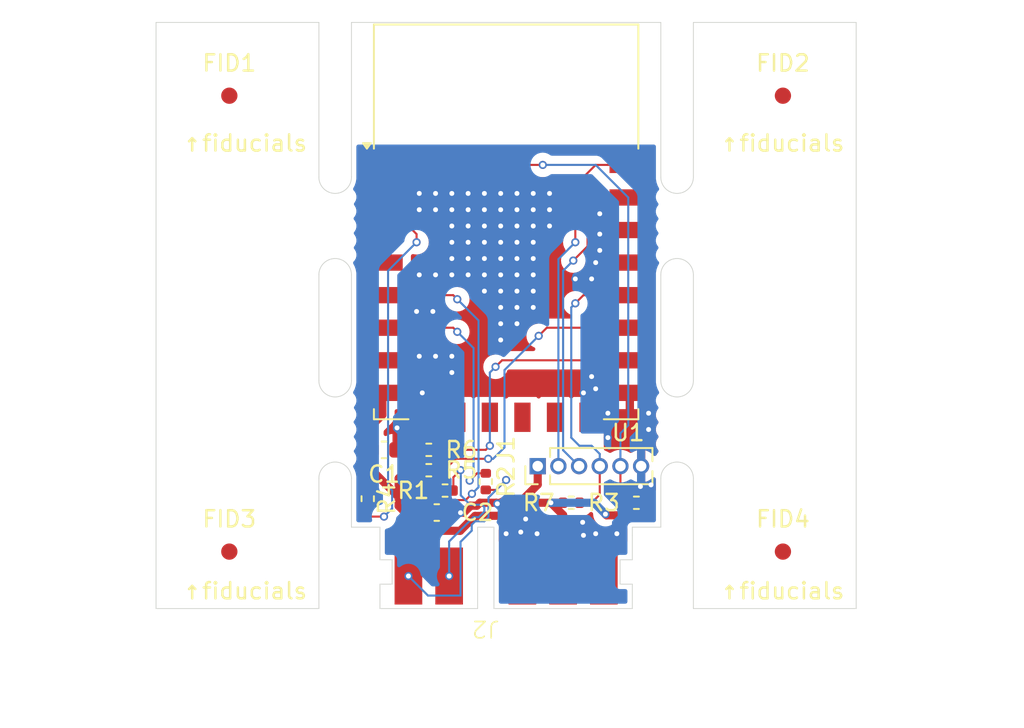
<source format=kicad_pcb>
(kicad_pcb (version 20240108) (generator "pcbnew") (generator_version "8.0")
  (layers (0 "F.Cu" signal) (31 "B.Cu" signal) (34 "B.Paste" user) (35 "F.Paste" user) (36 "B.SilkS" user "B.Silkscreen") (37 "F.SilkS" user "F.Silkscreen") (38 "B.Mask" user) (39 "F.Mask" user) (44 "Edge.Cuts" user))
  (net 0 "")
  (net 1 "+3V3")
  (net 2 "GND")
  (net 3 "IO0")
  (net 4 "RESET")
  (net 5 "ESP12F_TX")
  (net 6 "ESP12F_RX")
  (net 7 "PWM")
  (net 8 "ON{slash}OFF")
  (net 9 "Net-(U1-EN)")
  (net 10 "Net-(U1-GPIO2)")
  (net 11 "Net-(U1-GPIO15)")
  (net 23 "unconnected-(J2-Pin_1-Pad1)")
  (net 24 "Net-(J2-Pin_5)")
  (net 25 "Net-(J2-Pin_4)")
  (footprint "Capacitor_SMD:C_0603_1608Metric" (layer "F.Cu") (at 82.5 63.75)
    (property "Reference" "C1" (at 0 1.5 0) (layer "F.SilkS"))
    (property "Value" "100n")
    (fp_line (start -0.14058 -0.51) (end 0.14058 -0.51) (stroke (width 0.12)) (layer "F.SilkS"))
    (fp_line (start -0.14058 0.51) (end 0.14058 0.51) (stroke (width 0.12)) (layer "F.SilkS"))
    (pad "1" smd roundrect (at -0.775 0) (size 0.9 0.95) (layers "F.Cu" "F.Paste" "F.Mask") (net 1 "+3V3"))
    (pad "2" smd roundrect (at 0.775 0) (size 0.9 0.95) (layers "F.Cu" "F.Paste" "F.Mask") (net 2 "GND"))
  )
  (footprint "Resistor_SMD:R_0402_1005Metric" (layer "F.Cu") (at 85.25 63.75 180)
    (property "Reference" "R6" (at -2 0 180) (layer "F.SilkS"))
    (property "Value" "10k")
    (fp_line (start -0.153641 0.38) (end 0.153641 0.38) (stroke (width 0.12)) (layer "F.SilkS"))
    (fp_line (start -0.153641 -0.38) (end 0.153641 -0.38) (stroke (width 0.12)) (layer "F.SilkS"))
    (pad "1" smd roundrect (at -0.51 0 180) (size 0.54 0.64) (layers "F.Cu" "F.Paste" "F.Mask") (net 11 "Net-(U1-GPIO15)"))
    (pad "2" smd roundrect (at 0.51 0 180) (size 0.54 0.64) (layers "F.Cu" "F.Paste" "F.Mask") (net 2 "GND"))
  )
  (footprint "Capacitor_SMD:C_0603_1608Metric" (layer "F.Cu") (at 85.74 67.6)
    (property "Reference" "C2" (at 2.5 0 360) (layer "F.SilkS"))
    (property "Value" "1u")
    (fp_line (start -0.14058 -0.51) (end 0.14058 -0.51) (stroke (width 0.12)) (layer "F.SilkS"))
    (fp_line (start -0.14058 0.51) (end 0.14058 0.51) (stroke (width 0.12)) (layer "F.SilkS"))
    (pad "1" smd roundrect (at -0.775 0) (size 0.9 0.95) (layers "F.Cu" "F.Paste" "F.Mask") (net 1 "+3V3"))
    (pad "2" smd roundrect (at 0.775 0) (size 0.9 0.95) (layers "F.Cu" "F.Paste" "F.Mask") (net 2 "GND"))
  )
  (footprint "Fiducial:Fiducial_1mm_Mask2mm" (layer "F.Cu") (at 107 42)
    (property "Reference" "FID2" (at 0 -2 0) (layer "F.SilkS"))
    (property "Value" "Fiducial")
    (pad "" smd circle (at 0 0) (size 1 1) (layers "F.Cu" "F.Mask") (clearance 0.5))
  )
  (footprint "RF_Module:ESP-12E" (layer "F.Cu") (at 90 49.75)
    (property "Reference" "U1" (at 7.5 12.95 0) (layer "F.SilkS"))
    (property "Value" "ESP-12F")
    (fp_line (start -8.12 -12.12) (end 8.12 -12.12) (stroke (width 0.12)) (layer "F.SilkS"))
    (fp_line (start -8.12 -4.5) (end -8.12 -12.12) (stroke (width 0.12)) (layer "F.SilkS"))
    (fp_line (start -8.12 12.12) (end -8.12 11.5) (stroke (width 0.12)) (layer "F.SilkS"))
    (fp_line (start -6 12.12) (end -8.12 12.12) (stroke (width 0.12)) (layer "F.SilkS"))
    (fp_line (start 8.12 -12.12) (end 8.12 -4.5) (stroke (width 0.12)) (layer "F.SilkS"))
    (fp_line (start 8.12 11.5) (end 8.12 12.12) (stroke (width 0.12)) (layer "F.SilkS"))
    (fp_line (start 8.12 12.12) (end 6 12.12) (stroke (width 0.12)) (layer "F.SilkS"))
    (fp_poly (pts (xy -8.55 -4.5) (xy -8.79 -4.836) (xy -8.31 -4.836) (xy -8.55 -4.5)) (stroke (width 0.12)) (fill solid) (layer "F.SilkS"))
    (pad "1" smd rect (at -7.6 -3.5) (size 2.5 1) (layers "F.Cu" "F.Paste" "F.Mask") (net 4 "RESET"))
    (pad "2" smd rect (at -7.6 -1.5) (size 2.5 1) (layers "F.Cu" "F.Paste" "F.Mask"))
    (pad "3" smd rect (at -7.6 0.5) (size 2.5 1) (layers "F.Cu" "F.Paste" "F.Mask") (net 9 "Net-(U1-EN)"))
    (pad "4" smd rect (at -7.6 2.5) (size 2.5 1) (layers "F.Cu" "F.Paste" "F.Mask"))
    (pad "5" smd rect (at -7.6 4.5) (size 2.5 1) (layers "F.Cu" "F.Paste" "F.Mask") (net 7 "PWM"))
    (pad "6" smd rect (at -7.6 6.5) (size 2.5 1) (layers "F.Cu" "F.Paste" "F.Mask") (net 8 "ON{slash}OFF"))
    (pad "7" smd rect (at -7.6 8.5) (size 2.5 1) (layers "F.Cu" "F.Paste" "F.Mask"))
    (pad "8" smd rect (at -7.6 10.5) (size 2.5 1) (layers "F.Cu" "F.Paste" "F.Mask") (net 1 "+3V3"))
    (pad "9" smd rect (at -5 12) (size 1 1.8) (layers "F.Cu" "F.Paste" "F.Mask"))
    (pad "10" smd rect (at -3 12) (size 1 1.8) (layers "F.Cu" "F.Paste" "F.Mask"))
    (pad "11" smd rect (at -1 12) (size 1 1.8) (layers "F.Cu" "F.Paste" "F.Mask"))
    (pad "12" smd rect (at 1 12) (size 1 1.8) (layers "F.Cu" "F.Paste" "F.Mask"))
    (pad "13" smd rect (at 3 12) (size 1 1.8) (layers "F.Cu" "F.Paste" "F.Mask"))
    (pad "14" smd rect (at 5 12) (size 1 1.8) (layers "F.Cu" "F.Paste" "F.Mask"))
    (pad "15" smd rect (at 7.6 10.5) (size 2.5 1) (layers "F.Cu" "F.Paste" "F.Mask") (net 2 "GND"))
    (pad "16" smd rect (at 7.6 8.5) (size 2.5 1) (layers "F.Cu" "F.Paste" "F.Mask") (net 11 "Net-(U1-GPIO15)"))
    (pad "17" smd rect (at 7.6 6.5) (size 2.5 1) (layers "F.Cu" "F.Paste" "F.Mask") (net 10 "Net-(U1-GPIO2)"))
    (pad "18" smd rect (at 7.6 4.5) (size 2.5 1) (layers "F.Cu" "F.Paste" "F.Mask") (net 3 "IO0"))
    (pad "19" smd rect (at 7.6 2.5) (size 2.5 1) (layers "F.Cu" "F.Paste" "F.Mask"))
    (pad "20" smd rect (at 7.6 0.5) (size 2.5 1) (layers "F.Cu" "F.Paste" "F.Mask"))
    (pad "21" smd rect (at 7.6 -1.5) (size 2.5 1) (layers "F.Cu" "F.Paste" "F.Mask") (net 6 "ESP12F_RX"))
    (pad "22" smd rect (at 7.6 -3.5) (size 2.5 1) (layers "F.Cu" "F.Paste" "F.Mask") (net 5 "ESP12F_TX"))
    (zone (net 0) (net_name "") (layers "*.Cu") (connect_pads (clearance 0)) (min_thickness 0.254)
      (keepout (tracks not_allowed) (vias not_allowed) (pads not_allowed) (copperpour not_allowed) (footprints not_allowed))
      (fill (thermal_gap 0.508) (thermal_bridge_width 0.508))
      (polygon (pts (xy 81.88 44.95) (xy 98.12 44.95) (xy 98.12 37.63) (xy 81.88 37.63)))
    )
  )
  (footprint "Fiducial:Fiducial_1mm_Mask2mm" (layer "F.Cu") (at 107 70)
    (property "Reference" "FID4" (at 0 -2 0) (layer "F.SilkS"))
    (property "Value" "Fiducial")
    (pad "" smd circle (at 0 0) (size 1 1) (layers "F.Cu" "F.Mask") (clearance 0.5))
  )
  (footprint "Resistor_SMD:R_0402_1005Metric" (layer "F.Cu") (at 94 67)
    (property "Reference" "R7" (at -2 0 0) (layer "F.SilkS"))
    (property "Value" "10k")
    (fp_line (start -0.153641 -0.38) (end 0.153641 -0.38) (stroke (width 0.12)) (layer "F.SilkS"))
    (fp_line (start -0.153641 0.38) (end 0.153641 0.38) (stroke (width 0.12)) (layer "F.SilkS"))
    (pad "1" smd roundrect (at -0.51 0) (size 0.54 0.64) (layers "F.Cu" "F.Paste" "F.Mask") (net 1 "+3V3"))
    (pad "2" smd roundrect (at 0.51 0) (size 0.54 0.64) (layers "F.Cu" "F.Paste" "F.Mask") (net 3 "IO0"))
  )
  (footprint "Resistor_SMD:R_0402_1005Metric" (layer "F.Cu") (at 81.5 66.75 -90)
    (property "Reference" "R4" (at 0 -1.17 90) (layer "F.SilkS"))
    (property "Value" "10k")
    (fp_line (start -0.153641 0.38) (end 0.153641 0.38) (stroke (width 0.12)) (layer "F.SilkS"))
    (fp_line (start -0.153641 -0.38) (end 0.153641 -0.38) (stroke (width 0.12)) (layer "F.SilkS"))
    (pad "1" smd roundrect (at -0.51 0 270) (size 0.54 0.64) (layers "F.Cu" "F.Paste" "F.Mask") (net 1 "+3V3"))
    (pad "2" smd roundrect (at 0.51 0 270) (size 0.54 0.64) (layers "F.Cu" "F.Paste" "F.Mask") (net 9 "Net-(U1-EN)"))
  )
  (footprint "Resistor_SMD:R_0402_1005Metric" (layer "F.Cu") (at 98 67 180)
    (property "Reference" "R3" (at 2 0 180) (layer "F.SilkS"))
    (property "Value" "10k")
    (fp_line (start -0.153641 0.38) (end 0.153641 0.38) (stroke (width 0.12)) (layer "F.SilkS"))
    (fp_line (start -0.153641 -0.38) (end 0.153641 -0.38) (stroke (width 0.12)) (layer "F.SilkS"))
    (pad "1" smd roundrect (at -0.51 0 180) (size 0.54 0.64) (layers "F.Cu" "F.Paste" "F.Mask") (net 1 "+3V3"))
    (pad "2" smd roundrect (at 0.51 0 180) (size 0.54 0.64) (layers "F.Cu" "F.Paste" "F.Mask") (net 4 "RESET"))
  )
  (footprint "taki-library:ENDO_CONTROLLER" (layer "F.Cu") (at 91 71.5 180)
    (property "Reference" "J2" (at 2.25 -3.25 180) (layer "F.SilkS") (effects (font (thickness 0.1))))
    (property "Value" "Conn_01x05")
    (fp_line (start 8.75 1) (end 8.75 3) (stroke (width 0.05)) (layer "Edge.Cuts"))
    (fp_line (start 8.75 -0.5) (end 8 -0.5) (stroke (width 0.05)) (layer "Edge.Cuts"))
    (fp_line (start 8.75 -2) (end 8.75 -0.5) (stroke (width 0.05)) (layer "Edge.Cuts"))
    (fp_line (start 8 1) (end 8.75 1) (stroke (width 0.05)) (layer "Edge.Cuts"))
    (fp_line (start 8 -0.5) (end 8 1) (stroke (width 0.05)) (layer "Edge.Cuts"))
    (fp_line (start 2.75 3) (end 2.75 -2) (stroke (width 0.05)) (layer "Edge.Cuts"))
    (fp_line (start 2.75 -2) (end 8.75 -2) (stroke (width 0.05)) (layer "Edge.Cuts"))
    (fp_line (start 1.75 3) (end 2.75 3) (stroke (width 0.05)) (layer "Edge.Cuts"))
    (fp_line (start 1.75 -2) (end 1.75 3) (stroke (width 0.05)) (layer "Edge.Cuts"))
    (fp_line (start -6 1) (end -6.75 1) (stroke (width 0.05)) (layer "Edge.Cuts"))
    (fp_line (start -6 -0.5) (end -6 1) (stroke (width 0.05)) (layer "Edge.Cuts"))
    (fp_line (start -6.75 2.5) (end -6.75 3) (stroke (width 0.05)) (layer "Edge.Cuts"))
    (fp_line (start -6.75 1) (end -6.75 2.5) (stroke (width 0.05)) (layer "Edge.Cuts"))
    (fp_line (start -6.75 -0.5) (end -6 -0.5) (stroke (width 0.05)) (layer "Edge.Cuts"))
    (fp_line (start -6.75 -0.5) (end -6.75 -2) (stroke (width 0.05)) (layer "Edge.Cuts"))
    (fp_line (start -6.75 -2) (end 1.75 -2) (stroke (width 0.05)) (layer "Edge.Cuts"))
    (pad "1" smd rect (at -5 0 270) (size 3.5 1.7) (layers "F.Cu" "F.Mask") (net 23 "unconnected-(J2-Pin_1-Pad1)"))
    (pad "2" smd rect (at -2.5 0 270) (size 3.5 1.7) (layers "F.Cu" "F.Mask") (net 1 "+3V3"))
    (pad "3" smd rect (at 0 0 270) (size 3.5 1.7) (layers "F.Cu" "F.Mask") (net 2 "GND"))
    (pad "4" smd rect (at 4.5 0 270) (size 3.5 1.7) (layers "F.Cu" "F.Mask") (net 25 "Net-(J2-Pin_4)"))
    (pad "5" smd rect (at 7 0 270) (size 3.5 1.7) (layers "F.Cu" "F.Mask") (net 24 "Net-(J2-Pin_5)"))
  )
  (footprint "taki-library:mousebites_1mm" (layer "F.Cu") (at 100.5 62.5 90)
    (property "Reference" "H4" (hide yes))
    (property "Value" "mousebite")
    (pad "" np_thru_hole circle (at -1.78 -0.75 180) (size 0.6 0.6) (drill 0.6) (layers "F&B.Cu" "*.Mask"))
    (pad "" np_thru_hole circle (at -1.78 0.75 180) (size 0.6 0.6) (drill 0.6) (layers "F&B.Cu" "*.Mask"))
    (pad "" np_thru_hole circle (at -0.89 -0.75 180) (size 0.6 0.6) (drill 0.6) (layers "F&B.Cu" "*.Mask"))
    (pad "" np_thru_hole circle (at -0.89 0.75 180) (size 0.6 0.6) (drill 0.6) (layers "F&B.Cu" "*.Mask"))
    (pad "" np_thru_hole circle (at 0 -0.75 180) (size 0.6 0.6) (drill 0.6) (layers "F&B.Cu" "*.Mask"))
    (pad "" np_thru_hole circle (at 0 0.75 180) (size 0.6 0.6) (drill 0.6) (layers "F&B.Cu" "*.Mask"))
    (pad "" np_thru_hole circle (at 0.89 -0.75 180) (size 0.6 0.6) (drill 0.6) (layers "F&B.Cu" "*.Mask"))
    (pad "" np_thru_hole circle (at 0.907801 0.747128 180) (size 0.6 0.6) (drill 0.6) (layers "F&B.Cu" "*.Mask"))
    (pad "" np_thru_hole circle (at 1.78 -0.75 180) (size 0.6 0.6) (drill 0.6) (layers "F&B.Cu" "*.Mask"))
    (pad "" np_thru_hole circle (at 1.78 0.75 180) (size 0.6 0.6) (drill 0.6) (layers "F&B.Cu" "*.Mask"))
  )
  (footprint "taki-library:mousebites_1mm" (layer "F.Cu") (at 79.5 62.5 90)
    (property "Reference" "H1" (hide yes))
    (property "Value" "mousebite")
    (pad "" np_thru_hole circle (at -1.78 -0.75 180) (size 0.6 0.6) (drill 0.6) (layers "F&B.Cu" "*.Mask"))
    (pad "" np_thru_hole circle (at -1.78 0.75 180) (size 0.6 0.6) (drill 0.6) (layers "F&B.Cu" "*.Mask"))
    (pad "" np_thru_hole circle (at -0.89 -0.75 180) (size 0.6 0.6) (drill 0.6) (layers "F&B.Cu" "*.Mask"))
    (pad "" np_thru_hole circle (at -0.89 0.75 180) (size 0.6 0.6) (drill 0.6) (layers "F&B.Cu" "*.Mask"))
    (pad "" np_thru_hole circle (at 0 -0.75 180) (size 0.6 0.6) (drill 0.6) (layers "F&B.Cu" "*.Mask"))
    (pad "" np_thru_hole circle (at 0 0.75 180) (size 0.6 0.6) (drill 0.6) (layers "F&B.Cu" "*.Mask"))
    (pad "" np_thru_hole circle (at 0.89 -0.75 180) (size 0.6 0.6) (drill 0.6) (layers "F&B.Cu" "*.Mask"))
    (pad "" np_thru_hole circle (at 0.907801 0.747128 180) (size 0.6 0.6) (drill 0.6) (layers "F&B.Cu" "*.Mask"))
    (pad "" np_thru_hole circle (at 1.78 -0.75 180) (size 0.6 0.6) (drill 0.6) (layers "F&B.Cu" "*.Mask"))
    (pad "" np_thru_hole circle (at 1.78 0.75 180) (size 0.6 0.6) (drill 0.6) (layers "F&B.Cu" "*.Mask"))
  )
  (footprint "taki-library:mousebites_1mm" (layer "F.Cu") (at 79.5 50 90)
    (property "Reference" "H2" (hide yes))
    (property "Value" "mousebite")
    (pad "" np_thru_hole circle (at -1.78 -0.75 180) (size 0.6 0.6) (drill 0.6) (layers "F&B.Cu" "*.Mask"))
    (pad "" np_thru_hole circle (at -1.78 0.75 180) (size 0.6 0.6) (drill 0.6) (layers "F&B.Cu" "*.Mask"))
    (pad "" np_thru_hole circle (at -0.89 -0.75 180) (size 0.6 0.6) (drill 0.6) (layers "F&B.Cu" "*.Mask"))
    (pad "" np_thru_hole circle (at -0.89 0.75 180) (size 0.6 0.6) (drill 0.6) (layers "F&B.Cu" "*.Mask"))
    (pad "" np_thru_hole circle (at 0 -0.75 180) (size 0.6 0.6) (drill 0.6) (layers "F&B.Cu" "*.Mask"))
    (pad "" np_thru_hole circle (at 0 0.75 180) (size 0.6 0.6) (drill 0.6) (layers "F&B.Cu" "*.Mask"))
    (pad "" np_thru_hole circle (at 0.89 -0.75 180) (size 0.6 0.6) (drill 0.6) (layers "F&B.Cu" "*.Mask"))
    (pad "" np_thru_hole circle (at 0.907801 0.747128 180) (size 0.6 0.6) (drill 0.6) (layers "F&B.Cu" "*.Mask"))
    (pad "" np_thru_hole circle (at 1.78 -0.75 180) (size 0.6 0.6) (drill 0.6) (layers "F&B.Cu" "*.Mask"))
    (pad "" np_thru_hole circle (at 1.78 0.75 180) (size 0.6 0.6) (drill 0.6) (layers "F&B.Cu" "*.Mask"))
  )
  (footprint "Resistor_SMD:R_0402_1005Metric" (layer "F.Cu") (at 86.25 66.25)
    (property "Reference" "R1" (at -1.95 0 360) (layer "F.SilkS"))
    (property "Value" "100")
    (fp_line (start -0.153641 -0.38) (end 0.153641 -0.38) (stroke (width 0.12)) (layer "F.SilkS"))
    (fp_line (start -0.153641 0.38) (end 0.153641 0.38) (stroke (width 0.12)) (layer "F.SilkS"))
    (pad "1" smd roundrect (at -0.51 0) (size 0.54 0.64) (layers "F.Cu" "F.Paste" "F.Mask") (net 7 "PWM"))
    (pad "2" smd roundrect (at 0.51 0) (size 0.54 0.64) (layers "F.Cu" "F.Paste" "F.Mask") (net 25 "Net-(J2-Pin_4)"))
  )
  (footprint "Connector_PinHeader_1.27mm:PinHeader_1x06_P1.27mm_Vertical" (layer "F.Cu") (at 91.94 64.75 90)
    (property "Reference" "J1" (at 1 -1.94 -90) (layer "F.SilkS"))
    (property "Value" "Conn_01x06")
    (fp_line (start -1.11 -0.76) (end 0 -0.76) (stroke (width 0.12)) (layer "F.SilkS"))
    (fp_line (start -1.11 0) (end -1.11 -0.76) (stroke (width 0.12)) (layer "F.SilkS"))
    (fp_line (start 1.11 0.76) (end 1.11 7.045) (stroke (width 0.12)) (layer "F.SilkS"))
    (fp_line (start 0.563471 0.76) (end 1.11 0.76) (stroke (width 0.12)) (layer "F.SilkS"))
    (fp_line (start -1.11 0.76) (end -0.563471 0.76) (stroke (width 0.12)) (layer "F.SilkS"))
    (fp_line (start -1.11 0.76) (end -1.11 7.045) (stroke (width 0.12)) (layer "F.SilkS"))
    (fp_line (start 0.30753 7.045) (end 1.11 7.045) (stroke (width 0.12)) (layer "F.SilkS"))
    (fp_line (start -1.11 7.045) (end -0.30753 7.045) (stroke (width 0.12)) (layer "F.SilkS"))
    (pad "1" thru_hole rect (at 0 0 90) (size 1 1) (drill 0.65) (layers "*.Cu" "*.Mask") (net 1 "+3V3"))
    (pad "2" thru_hole oval (at 0 1.27 90) (size 1 1) (drill 0.65) (layers "*.Cu" "*.Mask") (net 5 "ESP12F_TX"))
    (pad "3" thru_hole oval (at 0 2.54 90) (size 1 1) (drill 0.65) (layers "*.Cu" "*.Mask") (net 6 "ESP12F_RX"))
    (pad "4" thru_hole oval (at 0 3.81 90) (size 1 1) (drill 0.65) (layers "*.Cu" "*.Mask") (net 3 "IO0"))
    (pad "5" thru_hole oval (at 0 5.08 90) (size 1 1) (drill 0.65) (layers "*.Cu" "*.Mask") (net 4 "RESET"))
    (pad "6" thru_hole oval (at 0 6.35 90) (size 1 1) (drill 0.65) (layers "*.Cu" "*.Mask") (net 2 "GND"))
  )
  (footprint "Resistor_SMD:R_0402_1005Metric" (layer "F.Cu") (at 88.75 65.7 -90)
    (property "Reference" "R2" (at 0 -1.25 90) (layer "F.SilkS"))
    (property "Value" "100")
    (fp_line (start -0.153641 0.38) (end 0.153641 0.38) (stroke (width 0.12)) (layer "F.SilkS"))
    (fp_line (start -0.153641 -0.38) (end 0.153641 -0.38) (stroke (width 0.12)) (layer "F.SilkS"))
    (pad "1" smd roundrect (at -0.51 0 270) (size 0.54 0.64) (layers "F.Cu" "F.Paste" "F.Mask") (net 8 "ON{slash}OFF"))
    (pad "2" smd roundrect (at 0.51 0 270) (size 0.54 0.64) (layers "F.Cu" "F.Paste" "F.Mask") (net 24 "Net-(J2-Pin_5)"))
  )
  (footprint "Fiducial:Fiducial_1mm_Mask2mm" (layer "F.Cu") (at 73 42)
    (property "Reference" "FID1" (at 0 -2 0) (layer "F.SilkS"))
    (property "Value" "Fiducial")
    (pad "" smd circle (at 0 0) (size 1 1) (layers "F.Cu" "F.Mask") (clearance 0.5))
  )
  (footprint "Resistor_SMD:R_0402_1005Metric" (layer "F.Cu") (at 85.25 65)
    (property "Reference" "R5" (at 2 0 0) (layer "F.SilkS"))
    (property "Value" "10k")
    (fp_line (start -0.153641 -0.38) (end 0.153641 -0.38) (stroke (width 0.12)) (layer "F.SilkS"))
    (fp_line (start -0.153641 0.38) (end 0.153641 0.38) (stroke (width 0.12)) (layer "F.SilkS"))
    (pad "1" smd roundrect (at -0.51 0) (size 0.54 0.64) (layers "F.Cu" "F.Paste" "F.Mask") (net 1 "+3V3"))
    (pad "2" smd roundrect (at 0.51 0) (size 0.54 0.64) (layers "F.Cu" "F.Paste" "F.Mask") (net 10 "Net-(U1-GPIO2)"))
  )
  (footprint "Fiducial:Fiducial_1mm_Mask2mm" (layer "F.Cu") (at 73 70)
    (property "Reference" "FID3" (at 0 -2 0) (layer "F.SilkS"))
    (property "Value" "Fiducial")
    (pad "" smd circle (at 0 0) (size 1 1) (layers "F.Cu" "F.Mask") (clearance 0.5))
  )
  (footprint "taki-library:mousebites_1mm" (layer "F.Cu") (at 100.5 50 90)
    (property "Reference" "H3" (hide yes))
    (property "Value" "mousebite")
    (pad "" np_thru_hole circle (at -1.78 -0.75 180) (size 0.6 0.6) (drill 0.6) (layers "F&B.Cu" "*.Mask"))
    (pad "" np_thru_hole circle (at -1.78 0.75 180) (size 0.6 0.6) (drill 0.6) (layers "F&B.Cu" "*.Mask"))
    (pad "" np_thru_hole circle (at -0.89 -0.75 180) (size 0.6 0.6) (drill 0.6) (layers "F&B.Cu" "*.Mask"))
    (pad "" np_thru_hole circle (at -0.89 0.75 180) (size 0.6 0.6) (drill 0.6) (layers "F&B.Cu" "*.Mask"))
    (pad "" np_thru_hole circle (at 0 -0.75 180) (size 0.6 0.6) (drill 0.6) (layers "F&B.Cu" "*.Mask"))
    (pad "" np_thru_hole circle (at 0 0.75 180) (size 0.6 0.6) (drill 0.6) (layers "F&B.Cu" "*.Mask"))
    (pad "" np_thru_hole circle (at 0.89 -0.75 180) (size 0.6 0.6) (drill 0.6) (layers "F&B.Cu" "*.Mask"))
    (pad "" np_thru_hole circle (at 0.907801 0.747128 180) (size 0.6 0.6) (drill 0.6) (layers "F&B.Cu" "*.Mask"))
    (pad "" np_thru_hole circle (at 1.78 -0.75 180) (size 0.6 0.6) (drill 0.6) (layers "F&B.Cu" "*.Mask"))
    (pad "" np_thru_hole circle (at 1.78 0.75 180) (size 0.6 0.6) (drill 0.6) (layers "F&B.Cu" "*.Mask"))
  )
  (gr_line (start 99.5 37.5) (end 80.5 37.5) (stroke (width 0.05)) (layer "Edge.Cuts"))
  (gr_arc (start 101.5 59.5) (mid 100.5 60.5) (end 99.5 59.5) (stroke (width 0.05)) (layer "Edge.Cuts"))
  (gr_line (start 78.5 73.5) (end 78.5 65.5) (stroke (width 0.05)) (layer "Edge.Cuts"))
  (gr_line (start 101.5 65.5) (end 101.5 73.5) (stroke (width 0.05)) (layer "Edge.Cuts"))
  (gr_arc (start 78.5 53) (mid 79.5 52) (end 80.5 53) (stroke (width 0.05)) (layer "Edge.Cuts"))
  (gr_arc (start 80.5 47) (mid 79.5 48) (end 78.5 47) (stroke (width 0.05)) (layer "Edge.Cuts"))
  (gr_line (start 99.5 68.5) (end 97.75 68.5) (stroke (width 0.05)) (layer "Edge.Cuts"))
  (gr_line (start 78.5 47) (end 78.5 37.5) (stroke (width 0.05)) (layer "Edge.Cuts"))
  (gr_arc (start 80.5 59.5) (mid 79.5 60.5) (end 78.5 59.5) (stroke (width 0.05)) (layer "Edge.Cuts"))
  (gr_arc (start 78.5 65.5) (mid 79.5 64.5) (end 80.5 65.5) (stroke (width 0.05)) (layer "Edge.Cuts"))
  (gr_line (start 111.5 37.5) (end 111.5 73.5) (stroke (width 0.05)) (layer "Edge.Cuts"))
  (gr_line (start 80.5 59.5) (end 80.5 53) (stroke (width 0.05)) (layer "Edge.Cuts"))
  (gr_line (start 101.5 53) (end 101.5 59.5) (stroke (width 0.05)) (layer "Edge.Cuts"))
  (gr_line (start 99.5 37.5) (end 99.5 47) (stroke (width 0.05)) (layer "Edge.Cuts"))
  (gr_line (start 80.5 47) (end 80.5 37.5) (stroke (width 0.05)) (layer "Edge.Cuts"))
  (gr_line (start 82.25 68.5) (end 80.5 68.5) (stroke (width 0.05)) (layer "Edge.Cuts"))
  (gr_line (start 68.5 73.5) (end 78.5 73.5) (stroke (width 0.05)) (layer "Edge.Cuts"))
  (gr_line (start 99.5 59.5) (end 99.5 53) (stroke (width 0.05)) (layer "Edge.Cuts"))
  (gr_arc (start 101.5 47) (mid 100.5 48) (end 99.5 47) (stroke (width 0.05)) (layer "Edge.Cuts"))
  (gr_line (start 80.5 68.5) (end 80.5 65.5) (stroke (width 0.05)) (layer "Edge.Cuts"))
  (gr_arc (start 99.5 53) (mid 100.5 52) (end 101.5 53) (stroke (width 0.05)) (layer "Edge.Cuts"))
  (gr_line (start 68.5 37.5) (end 68.5 73.5) (stroke (width 0.05)) (layer "Edge.Cuts"))
  (gr_line (start 101.5 73.5) (end 111.5 73.5) (stroke (width 0.05)) (layer "Edge.Cuts"))
  (gr_line (start 101.5 37.5) (end 111.5 37.5) (stroke (width 0.05)) (layer "Edge.Cuts"))
  (gr_line (start 78.5 53) (end 78.5 59.5) (stroke (width 0.05)) (layer "Edge.Cuts"))
  (gr_line (start 101.5 47) (end 101.5 37.5) (stroke (width 0.05)) (layer "Edge.Cuts"))
  (gr_line (start 99.5 68.5) (end 99.5 65.5) (stroke (width 0.05)) (layer "Edge.Cuts"))
  (gr_line (start 78.5 37.5) (end 68.5 37.5) (stroke (width 0.05)) (layer "Edge.Cuts"))
  (gr_arc (start 99.5 65.5) (mid 100.5 64.5) (end 101.5 65.5) (stroke (width 0.05)) (layer "Edge.Cuts"))
  (gr_text "↑fiducials " (at 70 45.5 0) (layer "F.SilkS") (effects (font (size 1 1)) (justify left bottom)))
  (gr_text "↑fiducials " (at 70 73 0) (layer "F.SilkS") (effects (font (size 1 1)) (justify left bottom)))
  (gr_text "↑fiducials " (at 103 45.5 0) (layer "F.SilkS") (effects (font (size 1 1)) (justify left bottom)))
  (gr_text "↑fiducials " (at 103 73 0) (layer "F.SilkS") (effects (font (size 1 1)) (justify left bottom)))
  (segment (start 90 67.8) (end 90.8 67) (width 0.5) (layer "F.Cu") (net 1))
  (segment (start 84.74 65) (end 83.9 65) (width 0.5) (layer "F.Cu") (net 1))
  (segment (start 83.9 65) (end 83.4 65.5) (width 0.5) (layer "F.Cu") (net 1))
  (segment (start 87.177817 68.722183) (end 88.093 67.807) (width 0.5) (layer "F.Cu") (net 1))
  (segment (start 88.093 67.807) (end 88.462088 67.807) (width 0.5) (layer "F.Cu") (net 1))
  (segment (start 91.94 65.885) (end 90.825 67) (width 0.5) (layer "F.Cu") (net 1))
  (segment (start 96.1 67.7) (end 96.17 67.77) (width 0.5) (layer "F.Cu") (net 1))
  (segment (start 81.725 62.275) (end 82.4 61.6) (width 0.5) (layer "F.Cu") (net 1))
  (segment (start 81.5 66.24) (end 81.5 65.2) (width 0.5) (layer "F.Cu") (net 1))
  (segment (start 84.965 67.6) (end 84.965 68.465) (width 0.5) (layer "F.Cu") (net 1))
  (segment (start 92.75 67) (end 91.3 67) (width 0.5) (layer "F.Cu") (net 1))
  (segment (start 81.725 63.75) (end 81.725 62.275) (width 0.5) (layer "F.Cu") (net 1))
  (segment (start 81.725 64.975) (end 83.4 66.65) (width 0.5) (layer "F.Cu") (net 1))
  (segment (start 83.4 67.2) (end 83.8 67.6) (width 0.5) (layer "F.Cu") (net 1))
  (segment (start 88.469088 67.8) (end 90 67.8) (width 0.5) (layer "F.Cu") (net 1))
  (segment (start 93.25 70.25) (end 93.5 70.5) (width 0.127) (layer "F.Cu") (net 1))
  (segment (start 91.94 64.75) (end 91.94 65.885) (width 0.5) (layer "F.Cu") (net 1))
  (segment (start 93.5 71.5) (end 93.5 67.75) (width 0.5) (layer "F.Cu") (net 1))
  (segment (start 93.5 67.75) (end 92.75 67) (width 0.5) (layer "F.Cu") (net 1))
  (segment (start 98.51 67.131056) (end 98.51 67) (width 0.5) (layer "F.Cu") (net 1))
  (segment (start 93.5 70.5) (end 93.5 73) (width 0.127) (layer "F.Cu") (net 1))
  (segment (start 90.825 67) (end 90.8 67) (width 0.5) (layer "F.Cu") (net 1))
  (segment (start 84.965 68.465) (end 85.222183 68.722183) (width 0.5) (layer "F.Cu") (net 1))
  (segment (start 83.8 67.6) (end 84.965 67.6) (width 0.5) (layer "F.Cu") (net 1))
  (segment (start 97.871056 67.77) (end 98.51 67.131056) (width 0.5) (layer "F.Cu") (net 1))
  (segment (start 83.4 65.5) (end 83.4 66.65) (width 0.5) (layer "F.Cu") (net 1))
  (segment (start 96.17 67.77) (end 97.871056 67.77) (width 0.5) (layer "F.Cu") (net 1))
  (segment (start 83.4 66.65) (end 83.4 67.2) (width 0.5) (layer "F.Cu") (net 1))
  (segment (start 81.725 63.75) (end 81.725 64.975) (width 0.5) (layer "F.Cu") (net 1))
  (segment (start 81.5 65.2) (end 81.725 64.975) (width 0.5) (layer "F.Cu") (net 1))
  (segment (start 92.75 67) (end 93.49 67) (width 0.5) (layer "F.Cu") (net 1))
  (segment (start 85.222183 68.722183) (end 87.177817 68.722183) (width 0.5) (layer "F.Cu") (net 1))
  (segment (start 88.462088 67.807) (end 88.469088 67.8) (width 0.5) (layer "F.Cu") (net 1))
  (segment (start 91.3 67) (end 90.8 67) (width 0.5) (layer "F.Cu") (net 1))
  (segment (start 82.4 61.6) (end 82.4 60.25) (width 0.5) (layer "F.Cu") (net 1))
  (via (at 92.75 67) (size 0.5) (drill 0.3) (layers "F.Cu" "B.Cu") (net 1))
  (via (at 96.1 67.7) (size 0.5) (drill 0.3) (layers "F.Cu" "B.Cu") (net 1))
  (segment (start 96.1 67.7) (end 95.4 67) (width 0.5) (layer "B.Cu") (net 1))
  (segment (start 95.4 67) (end 92.75 67) (width 0.5) (layer "B.Cu") (net 1))
  (segment (start 98.29 64.75) (end 98.29 63.49) (width 0.5) (layer "F.Cu") (net 2))
  (segment (start 98.29 63.49) (end 97.6 62.8) (width 0.5) (layer "F.Cu") (net 2))
  (segment (start 83.275 63.75) (end 83.275 62.425) (width 0.5) (layer "F.Cu") (net 2))
  (segment (start 97.6 62.8) (end 97.6 60.25) (width 0.5) (layer "F.Cu") (net 2))
  (segment (start 86.515 67.6) (end 86.525 67.61) (width 0.5) (layer "F.Cu") (net 2))
  (segment (start 83.275 63.75) (end 84.74 63.75) (width 0.5) (layer "F.Cu") (net 2))
  (segment (start 84.85 60.25) (end 97.6 60.25) (width 0.5) (layer "F.Cu") (net 2))
  (segment (start 83.275 62.425) (end 83.3 62.4) (width 0.5) (layer "F.Cu") (net 2))
  (segment (start 87.792962 67.18) (end 88.202376 67.18) (width 0.5) (layer "F.Cu") (net 2))
  (segment (start 87.75 67.25) (end 87.75 67.222962) (width 0.5) (layer "F.Cu") (net 2))
  (segment (start 88.202376 67.18) (end 88.382376 67) (width 0.5) (layer "F.Cu") (net 2))
  (segment (start 87.75 67.222962) (end 87.792962 67.18) (width 0.5) (layer "F.Cu") (net 2))
  (segment (start 91 68.9) (end 90.9 68.8) (width 0.5) (layer "F.Cu") (net 2))
  (segment (start 87.39 67.61) (end 87.75 67.25) (width 0.5) (layer "F.Cu") (net 2))
  (segment (start 86.525 67.61) (end 87.39 67.61) (width 0.5) (layer "F.Cu") (net 2))
  (segment (start 88.382376 67) (end 89.4 67) (width 0.5) (layer "F.Cu") (net 2))
  (segment (start 91 71.5) (end 91 68.9) (width 0.5) (layer "F.Cu") (net 2))
  (segment (start 89.4 67) (end 89.46 67.06) (width 0.5) (layer "F.Cu") (net 2))
  (via (at 88.665477 53.00175) (size 0.5) (drill 0.3) (layers "F.Cu" "B.Cu") (net 2))
  (via (at 89.665477 54.00175) (size 0.5) (drill 0.3) (layers "F.Cu" "B.Cu") (net 2))
  (via (at 87.665477 49.00175) (size 0.5) (drill 0.3) (layers "F.Cu" "B.Cu") (net 2))
  (via (at 90.665477 56.00175) (size 0.5) (drill 0.3) (layers "F.Cu" "B.Cu") (net 2))
  (via (at 87.665477 50.00175) (size 0.5) (drill 0.3) (layers "F.Cu" "B.Cu") (net 2))
  (via (at 84.665477 48.00175) (size 0.5) (drill 0.3) (layers "F.Cu" "B.Cu") (net 2))
  (via (at 91.2 68) (size 0.5) (drill 0.3) (layers "F.Cu" "B.Cu") (net 2))
  (via (at 95.25 53.25) (size 0.5) (drill 0.3) (layers "F.Cu" "B.Cu") (net 2))
  (via (at 85.665477 53.00175) (size 0.5) (drill 0.3) (layers "F.Cu" "B.Cu") (net 2))
  (via (at 86.665477 50.00175) (size 0.5) (drill 0.3) (layers "F.Cu" "B.Cu") (net 2))
  (via (at 91.665477 53.00175) (size 0.5) (drill 0.3) (layers "F.Cu" "B.Cu") (net 2))
  (via (at 88.665477 48.00175) (size 0.5) (drill 0.3) (layers "F.Cu" "B.Cu") (net 2))
  (via (at 92.665477 48.00175) (size 0.5) (drill 0.3) (layers "F.Cu" "B.Cu") (net 2))
  (via (at 86.665477 48.00175) (size 0.5) (drill 0.3) (layers "F.Cu" "B.Cu") (net 2))
  (via (at 94.75 69) (size 0.5) (drill 0.3) (layers "F.Cu" "B.Cu") (net 2))
  (via (at 85.665477 49.00175) (size 0.5) (drill 0.3) (layers "F.Cu" "B.Cu") (net 2))
  (via (at 87.665477 52.00175) (size 0.5) (drill 0.3) (layers "F.Cu" "B.Cu") (net 2))
  (via (at 86.665477 53.00175) (size 0.5) (drill 0.3) (layers "F.Cu" "B.Cu") (net 2))
  (via (at 96.25 61.5) (size 0.5) (drill 0.3) (layers "F.Cu" "B.Cu") (net 2))
  (via (at 94.7 68.2) (size 0.5) (drill 0.3) (layers "F.Cu" "B.Cu") (net 2))
  (via (at 90.9 68.8) (size 0.5) (drill 0.3) (layers "F.Cu" "B.Cu") (net 2))
  (via (at 86.665477 52.00175) (size 0.5) (drill 0.3) (layers "F.Cu" "B.Cu") (net 2))
  (via (at 86.665477 51.00175) (size 0.5) (drill 0.3) (layers "F.Cu" "B.Cu") (net 2))
  (via (at 91.665477 51.00175) (size 0.5) (drill 0.3) (layers "F.Cu" "B.Cu") (net 2))
  (via (at 94.75 60.25) (size 0.5) (drill 0.3) (layers "F.Cu" "B.Cu") (net 2))
  (via (at 90 68.9) (size 0.5) (drill 0.3) (layers "F.Cu" "B.Cu") (net 2))
  (via (at 95.75 51.5) (size 0.5) (drill 0.3) (layers "F.Cu" "B.Cu") (net 2))
  (via (at 90.665477 54.00175) (size 0.5) (drill 0.3) (layers "F.Cu" "B.Cu") (net 2))
  (via (at 88.665477 52.00175) (size 0.5) (drill 0.3) (layers "F.Cu" "B.Cu") (net 2))
  (via (at 95.5 60) (size 0.5) (drill 0.3) (layers "F.Cu" "B.Cu") (net 2))
  (via (at 91.665477 52.00175) (size 0.5) (drill 0.3) (layers "F.Cu" "B.Cu") (net 2))
  (via (at 95.75 49.25) (size 0.5) (drill 0.3) (layers "F.Cu" "B.Cu") (net 2))
  (via (at 96.8 68.9) (size 0.5) (drill 0.3) (layers "F.Cu" "B.Cu") (net 2))
  (via (at 84.665477 53.00175) (size 0.5) (drill 0.3) (layers "F.Cu" "B.Cu") (net 2))
  (via (at 92.665477 50.00175) (size 0.5) (drill 0.3) (layers "F.Cu" "B.Cu") (net 2))
  (via (at 87.665477 51.00175) (size 0.5) (drill 0.3) (layers "F.Cu" "B.Cu") (net 2))
  (via (at 84.665477 49.00175) (size 0.5) (drill 0.3) (layers "F.Cu" "B.Cu") (net 2))
  (via (at 89.665477 57.00175) (size 0.5) (drill 0.3) (layers "F.Cu" "B.Cu") (net 2))
  (via (at 96.25 63) (size 0.5) (drill 0.3) (layers "F.Cu" "B.Cu") (net 2))
  (via (at 83.3 62.4) (size 0.5) (drill 0.3) (layers "F.Cu" "B.Cu") (net 2))
  (via (at 84.5 55.25) (size 0.5) (drill 0.3) (layers "F.Cu" "B.Cu") (net 2))
  (via (at 90.665477 53.00175) (size 0.5) (drill 0.3) (layers "F.Cu" "B.Cu") (net 2))
  (via (at 89.665477 55.00175) (size 0.5) (drill 0.3) (layers "F.Cu" "B.Cu") (net 2))
  (via (at 89.665477 50.00175) (size 0.5) (drill 0.3) (layers "F.Cu" "B.Cu") (net 2))
  (via (at 85.665477 58.00175) (size 0.5) (drill 0.3) (layers "F.Cu" "B.Cu") (net 2))
  (via (at 88.665477 50.00175) (size 0.5) (drill 0.3) (layers "F.Cu" "B.Cu") (net 2))
  (via (at 89.665477 49.00175) (size 0.5) (drill 0.3) (layers "F.Cu" "B.Cu") (net 2))
  (via (at 86.665477 59.00175) (size 0.5) (drill 0.3) (layers "F.Cu" "B.Cu") (net 2))
  (via (at 98.9 65.9) (size 0.5) (drill 0.3) (layers "F.Cu" "B.Cu") (net 2))
  (via (at 90.665477 51.00175) (size 0.5) (drill 0.3) (layers "F.Cu" "B.Cu") (net 2))
  (via (at 91.665477 49.00175) (size 0.5) (drill 0.3) (layers "F.Cu" "B.Cu") (net 2))
  (via (at 90.665477 50.00175) (size 0.5) (drill 0.3) (layers "F.Cu" "B.Cu") (net 2))
  (via (at 94.25 53.25) (size 0.5) (drill 0.3) (layers "F.Cu" "B.Cu") (net 2))
  (via (at 90.665477 55.00175) (size 0.5) (drill 0.3) (layers "F.Cu" "B.Cu") (net 2))
  (via (at 91.665477 55.00175) (size 0.5) (drill 0.3) (layers "F.Cu" "B.Cu") (net 2))
  (via (at 95.75 50.5) (size 0.5) (drill 0.3) (layers "F.Cu" "B.Cu") (net 2))
  (via (at 88.665477 51.00175) (size 0.5) (drill 0.3) (layers "F.Cu" "B.Cu") (net 2))
  (via (at 87.665477 53.00175) (size 0.5) (drill 0.3) (layers "F.Cu" "B.Cu") (net 2))
  (via (at 89.46 67.06) (size 0.5) (drill 0.3) (layers "F.Cu" "B.Cu") (net 2))
  (via (at 89.665477 53.00175) (size 0.5) (drill 0.3) (layers "F.Cu" "B.Cu") (net 2))
  (via (at 95.25 59.25) (size 0.5) (drill 0.3) (layers "F.Cu" "B.Cu") (net 2))
  (via (at 91.665477 48.00175) (size 0.5) (drill 0.3) (layers "F.Cu" "B.Cu") (net 2))
  (via (at 91.665477 54.00175) (size 0.5) (drill 0.3) (layers "F.Cu" "B.Cu") (net 2))
  (via (at 88.665477 54.00175) (size 0.5) (drill 0.3) (layers "F.Cu" "B.Cu") (net 2))
  (via (at 89.665477 51.00175) (size 0.5) (drill 0.3) (layers "F.Cu" "B.Cu") (net 2))
  (via (at 89.665477 52.00175) (size 0.5) (drill 0.3) (layers "F.Cu" "B.Cu") (net 2))
  (via (at 98.25 66) (size 0.5) (drill 0.3) (layers "F.Cu" "B.Cu") (net 2))
  (via (at 89.665477 56.00175) (size 0.5) (drill 0.3) (layers "F.Cu" "B.Cu") (net 2))
  (via (at 95.5 68.9) (size 0.5) (drill 0.3) (layers "F.Cu" "B.Cu") (net 2))
  (via (at 88.665477 49.00175) (size 0.5) (drill 0.3) (layers "F.Cu" "B.Cu") (net 2))
  (via (at 85.665477 48.00175) (size 0.5) (drill 0.3) (layers "F.Cu" "B.Cu") (net 2))
  (via (at 90.665477 52.00175) (size 0.5) (drill 0.3) (layers "F.Cu" "B.Cu") (net 2))
  (via (at 95.5 52.25) (size 0.5) (drill 0.3) (layers "F.Cu" "B.Cu") (net 2))
  (via (at 98.75 61.5) (size 0.5) (drill 0.3) (layers "F.Cu" "B.Cu") (net 2))
  (via (at 86.665477 58.00175) (size 0.5) (drill 0.3) (layers "F.Cu" "B.Cu") (net 2))
  (via (at 85.5 55.25) (size 0.5) (drill 0.3) (layers "F.Cu" "B.Cu") (net 2))
  (via (at 84.665477 58.00175) (size 0.5) (drill 0.3) (layers "F.Cu" "B.Cu") (net 2))
  (via (at 90.665477 49.00175) (size 0.5) (drill 0.3) (layers "F.Cu" "B.Cu") (net 2))
  (via (at 86.665477 49.00175) (size 0.5) (drill 0.3) (layers "F.Cu" "B.Cu") (net 2))
  (via (at 92.665477 49.00175) (size 0.5) (drill 0.3) (layers "F.Cu" "B.Cu") (net 2))
  (via (at 89.665477 48.00175) (size 0.5) (drill 0.3) (layers "F.Cu" "B.Cu") (net 2))
  (via (at 91.665477 50.00175) (size 0.5) (drill 0.3) (layers "F.Cu" "B.Cu") (net 2))
  (via (at 91.9 68.9) (size 0.5) (drill 0.3) (layers "F.Cu" "B.Cu") (net 2))
  (via (at 84.85 60.25) (size 0.5) (drill 0.3) (layers "F.Cu" "B.Cu") (net 2))
  (via (at 98.75 62.5) (size 0.5) (drill 0.3) (layers "F.Cu" "B.Cu") (net 2))
  (via (at 90.665477 48.00175) (size 0.5) (drill 0.3) (layers "F.Cu" "B.Cu") (net 2))
  (via (at 87.2 67.61) (size 0.5) (drill 0.3) (layers "F.Cu" "B.Cu") (net 2))
  (via (at 87.665477 48.00175) (size 0.5) (drill 0.3) (layers "F.Cu" "B.Cu") (net 2))
  (segment (start 84.85 60.25) (end 83.3 61.8) (width 0.5) (layer "B.Cu") (net 2))
  (segment (start 96.75 69.65) (end 96.4 70) (width 0.5) (layer "B.Cu") (net 2))
  (segment (start 83.8 67) (end 83.8 62.9) (width 0.5) (layer "B.Cu") (net 2))
  (segment (start 90.05 67.65) (end 90.05 67.95) (width 0.5) (layer "B.Cu") (net 2))
  (segment (start 87.2 67.61) (end 87.2 67.334529) (width 0.5) (layer "B.Cu") (net 2))
  (segment (start 91.4 70) (end 90.9 69.5) (width 0.5) (layer "B.Cu") (net 2))
  (segment (start 83.3 61.8) (end 83.3 62.4) (width 0.5) (layer "B.Cu") (net 2))
  (segment (start 83.8 62.9) (end 83.3 62.4) (width 0.5) (layer "B.Cu") (net 2))
  (segment (start 96.4 70) (end 91.4 70) (width 0.5) (layer "B.Cu") (net 2))
  (segment (start 98.29 66.71) (end 96.75 68.25) (width 0.5) (layer "B.Cu") (net 2))
  (segment (start 90.9 69.5) (end 90.9 68.8) (width 0.5) (layer "B.Cu") (net 2))
  (segment (start 86.865471 67) (end 83.8 67) (width 0.5) (layer "B.Cu") (net 2))
  (segment (start 98.29 64.75) (end 98.29 66.71) (width 0.5) (layer "B.Cu") (net 2))
  (segment (start 89.46 67.06) (end 90.05 67.65) (width 0.5) (layer "B.Cu") (net 2))
  (segment (start 90.9 68.8) (end 90.05 67.95) (width 0.5) (layer "B.Cu") (net 2))
  (segment (start 87.2 67.334529) (end 86.865471 67) (width 0.5) (layer "B.Cu") (net 2))
  (segment (start 96.75 68.25) (end 96.75 69.65) (width 0.5) (layer "B.Cu") (net 2))
  (segment (start 95.75 64.75) (end 95.75 66.5) (width 0.127) (layer "F.Cu") (net 3))
  (segment (start 97.6 54.25) (end 94.75 54.25) (width 0.127) (layer "F.Cu") (net 3))
  (segment (start 95.75 66.5) (end 95.25 67) (width 0.127) (layer "F.Cu") (net 3))
  (segment (start 94.51 67) (end 95.25 67) (width 0.127) (layer "F.Cu") (net 3))
  (segment (start 94.75 54.25) (end 94.25 54.75) (width 0.127) (layer "F.Cu") (net 3))
  (via (at 94.25 54.75) (size 0.5) (drill 0.3) (layers "F.Cu" "B.Cu") (net 3))
  (segment (start 94 55) (end 94 63) (width 0.127) (layer "B.Cu") (net 3))
  (segment (start 94.5 63.5) (end 95.25 63.5) (width 0.127) (layer "B.Cu") (net 3))
  (segment (start 94 63) (end 94.5 63.5) (width 0.127) (layer "B.Cu") (net 3))
  (segment (start 94.25 54.75) (end 94 55) (width 0.127) (layer "B.Cu") (net 3))
  (segment (start 95.25 63.5) (end 95.75 64) (width 0.127) (layer "B.Cu") (net 3))
  (segment (start 95.75 64) (end 95.75 64.75) (width 0.127) (layer "B.Cu") (net 3))
  (segment (start 97.02 65.77) (end 97.49 66.24) (width 0.127) (layer "F.Cu") (net 4))
  (segment (start 82.4 46.25) (end 92.25 46.25) (width 0.127) (layer "F.Cu") (net 4))
  (segment (start 97.02 64.75) (end 97.02 65.77) (width 0.127) (layer "F.Cu") (net 4))
  (segment (start 97.49 66.24) (end 97.49 67) (width 0.127) (layer "F.Cu") (net 4))
  (via (at 92.25 46.25) (size 0.5) (drill 0.3) (layers "F.Cu" "B.Cu") (net 4))
  (segment (start 95.5 46.25) (end 92.25 46.25) (width 0.127) (layer "B.Cu") (net 4))
  (segment (start 97.02 62.73) (end 97.5 62.25) (width 0.127) (layer "B.Cu") (net 4))
  (segment (start 97.5 48.25) (end 95.5 46.25) (width 0.127) (layer "B.Cu") (net 4))
  (segment (start 97.02 64.75) (end 97.02 62.73) (width 0.127) (layer "B.Cu") (net 4))
  (segment (start 97.5 62.25) (end 97.5 48.25) (width 0.127) (layer "B.Cu") (net 4))
  (segment (start 97.6 46.25) (end 95.5 46.25) (width 0.127) (layer "F.Cu") (net 5))
  (segment (start 94.5 47.25) (end 94.25 47.5) (width 0.127) (layer "F.Cu") (net 5))
  (segment (start 95.5 46.25) (end 94.5 47.25) (width 0.127) (layer "F.Cu") (net 5))
  (segment (start 94.25 47.5) (end 94.25 51) (width 0.127) (layer "F.Cu") (net 5))
  (via (at 94.25 51) (size 0.5) (drill 0.3) (layers "F.Cu" "B.Cu") (net 5))
  (segment (start 93.21 52.04) (end 93.21 64.75) (width 0.127) (layer "B.Cu") (net 5))
  (segment (start 94.25 51) (end 93.21 52.04) (width 0.127) (layer "B.Cu") (net 5))
  (segment (start 94.125 52.125) (end 95 51.25) (width 0.127) (layer "F.Cu") (net 6))
  (segment (start 95 51.25) (end 95 48.75) (width 0.127) (layer "F.Cu") (net 6))
  (segment (start 95 48.75) (end 95.5 48.25) (width 0.127) (layer "F.Cu") (net 6))
  (segment (start 95.5 48.25) (end 97.6 48.25) (width 0.127) (layer "F.Cu") (net 6))
  (via (at 94.125 52.125) (size 0.5) (drill 0.3) (layers "F.Cu" "B.Cu") (net 6))
  (segment (start 93.5 63.77) (end 94.48 64.75) (width 0.127) (layer "B.Cu") (net 6))
  (segment (start 94.125 52.125) (end 93.5 52.75) (width 0.127) (layer "B.Cu") (net 6))
  (segment (start 93.5 52.75) (end 93.5 63.77) (width 0.127) (layer "B.Cu") (net 6))
  (segment (start 86.75 54.25) (end 82.4 54.25) (width 0.127) (layer "F.Cu") (net 7))
  (segment (start 85.8335 66.8335) (end 85.74 66.74) (width 0.127) (layer "F.Cu") (net 7))
  (segment (start 87 54.5) (end 86.75 54.25) (width 0.127) (layer "F.Cu") (net 7))
  (segment (start 87.5165 66.8335) (end 85.8335 66.8335) (width 0.127) (layer "F.Cu") (net 7))
  (segment (start 85.74 66.74) (end 85.74 66.25) (width 0.127) (layer "F.Cu") (net 7))
  (segment (start 87.9 66.45) (end 87.5165 66.8335) (width 0.127) (layer "F.Cu") (net 7))
  (via (at 87.9 66.45) (size 0.5) (drill 0.3) (layers "F.Cu" "B.Cu") (net 7))
  (via (at 87 54.5) (size 0.5) (drill 0.3) (layers "F.Cu" "B.Cu") (net 7))
  (segment (start 88.304605 65.85) (end 88.304605 66.045395) (width 0.127) (layer "B.Cu") (net 7))
  (segment (start 88.304605 65.85) (end 88.304605 55.804605) (width 0.127) (layer "B.Cu") (net 7))
  (segment (start 88.304605 66.045395) (end 87.9 66.45) (width 0.127) (layer "B.Cu") (net 7))
  (segment (start 88.304605 55.804605) (end 87 54.5) (width 0.127) (layer "B.Cu") (net 7))
  (segment (start 86.75 56.25) (end 82.4 56.25) (width 0.127) (layer "F.Cu") (net 8))
  (segment (start 87 56.5) (end 86.75 56.25) (width 0.127) (layer "F.Cu") (net 8))
  (segment (start 87.76 65.64) (end 88.21 65.19) (width 0.127) (layer "F.Cu") (net 8))
  (segment (start 88.21 65.19) (end 88.75 65.19) (width 0.127) (layer "F.Cu") (net 8))
  (via (at 87 56.5) (size 0.5) (drill 0.3) (layers "F.Cu" "B.Cu") (net 8))
  (via (at 87.76 65.64) (size 0.5) (drill 0.3) (layers "F.Cu" "B.Cu") (net 8))
  (segment (start 87.76 65.64) (end 88 65.4) (width 0.127) (layer "B.Cu") (net 8))
  (segment (start 88 65.4) (end 88 57.5) (width 0.127) (layer "B.Cu") (net 8))
  (segment (start 88 57.5) (end 87 56.5) (width 0.127) (layer "B.Cu") (net 8))
  (segment (start 81.5 67.7) (end 81.5 67.26) (width 0.127) (layer "F.Cu") (net 9))
  (segment (start 84.5 50.5) (end 84.25 50.25) (width 0.127) (layer "F.Cu") (net 9))
  (segment (start 84.5 51) (end 84.5 50.5) (width 0.127) (layer "F.Cu") (net 9))
  (segment (start 84.25 50.25) (end 82.4 50.25) (width 0.127) (layer "F.Cu") (net 9))
  (segment (start 81.65 67.85) (end 81.5 67.7) (width 0.127) (layer "F.Cu") (net 9))
  (segment (start 82.5 67.85) (end 81.65 67.85) (width 0.127) (layer "F.Cu") (net 9))
  (via (at 84.5 51) (size 0.5) (drill 0.3) (layers "F.Cu" "B.Cu") (net 9))
  (via (at 82.5 67.85) (size 0.5) (drill 0.3) (layers "F.Cu" "B.Cu") (net 9))
  (segment (start 82.75 66) (end 82.75 52.75) (width 0.127) (layer "B.Cu") (net 9))
  (segment (start 82.75 52.75) (end 84.5 51) (width 0.127) (layer "B.Cu") (net 9))
  (segment (start 82.5 67.85) (end 83 67.35) (width 0.127) (layer "B.Cu") (net 9))
  (segment (start 83 67.35) (end 83 66.25) (width 0.127) (layer "B.Cu") (net 9))
  (segment (start 83 66.25) (end 82.75 66) (width 0.127) (layer "B.Cu") (net 9))
  (segment (start 92.5 56.25) (end 97.6 56.25) (width 0.127) (layer "F.Cu") (net 10))
  (segment (start 86.9 64.3) (end 88.9 64.3) (width 0.127) (layer "F.Cu") (net 10))
  (segment (start 85.76 65) (end 86.2 65) (width 0.127) (layer "F.Cu") (net 10))
  (segment (start 86.2 65) (end 86.9 64.3) (width 0.127) (layer "F.Cu") (net 10))
  (segment (start 92 56.75) (end 92.5 56.25) (width 0.127) (layer "F.Cu") (net 10))
  (via (at 88.9 64.3) (size 0.5) (drill 0.3) (layers "F.Cu" "B.Cu") (net 10))
  (via (at 92 56.75) (size 0.5) (drill 0.3) (layers "F.Cu" "B.Cu") (net 10))
  (segment (start 88.9 64.3) (end 89.2 64.3) (width 0.127) (layer "B.Cu") (net 10))
  (segment (start 89.9 63.6) (end 89.9 58.85) (width 0.127) (layer "B.Cu") (net 10))
  (segment (start 89.9 58.85) (end 92 56.75) (width 0.127) (layer "B.Cu") (net 10))
  (segment (start 89.2 64.3) (end 89.9 63.6) (width 0.127) (layer "B.Cu") (net 10))
  (segment (start 97.6 58.25) (end 89.75 58.25) (width 0.127) (layer "F.Cu") (net 11))
  (segment (start 88.75 63.75) (end 89 63.5) (width 0.127) (layer "F.Cu") (net 11))
  (segment (start 89.75 58.25) (end 89.35 58.65) (width 0.127) (layer "F.Cu") (net 11))
  (segment (start 85.76 63.75) (end 88.75 63.75) (width 0.127) (layer "F.Cu") (net 11))
  (via (at 89.35 58.65) (size 0.5) (drill 0.3) (layers "F.Cu" "B.Cu") (net 11))
  (via (at 89 63.5) (size 0.5) (drill 0.3) (layers "F.Cu" "B.Cu") (net 11))
  (segment (start 89.35 58.65) (end 89 59) (width 0.127) (layer "B.Cu") (net 11))
  (segment (start 89 59) (end 89 63.5) (width 0.127) (layer "B.Cu") (net 11))
  (segment (start 96 70.75) (end 95.75 70.5) (width 0.127) (layer "F.Cu") (net 23))
  (segment (start 96 73) (end 96 70.75) (width 0.127) (layer "F.Cu") (net 23))
  (segment (start 89.39 66.21) (end 90 65.6) (width 0.127) (layer "F.Cu") (net 24))
  (segment (start 88.75 66.21) (end 89.39 66.21) (width 0.127) (layer "F.Cu") (net 24))
  (via (at 84 71.5) (size 0.5) (drill 0.3) (layers "F.Cu" "B.Cu") (net 24))
  (via (at 90 65.6) (size 0.5) (drill 0.3) (layers "F.Cu" "B.Cu") (net 24))
  (segment (start 87.8865 68.349433) (end 87.8865 68.7135) (width 0.127) (layer "B.Cu") (net 24))
  (segment (start 87.2 72.7) (end 85.2 72.7) (width 0.127) (layer "B.Cu") (net 24))
  (segment (start 88.9165 66.6835) (end 88.9165 67.8835) (width 0.127) (layer "B.Cu") (net 24))
  (segment (start 88.099433 68.1365) (end 87.8865 68.349433) (width 0.127) (layer "B.Cu") (net 24))
  (segment (start 88.6635 68.1365) (end 88.099433 68.1365) (width 0.127) (layer "B.Cu") (net 24))
  (segment (start 88.9165 67.8835) (end 88.6635 68.1365) (width 0.127) (layer "B.Cu") (net 24))
  (segment (start 87.2 69.4) (end 87.2 72.7) (width 0.127) (layer "B.Cu") (net 24))
  (segment (start 87.8865 68.7135) (end 87.2 69.4) (width 0.127) (layer "B.Cu") (net 24))
  (segment (start 90 65.6) (end 88.9165 66.6835) (width 0.127) (layer "B.Cu") (net 24))
  (segment (start 85.2 72.7) (end 84 71.5) (width 0.127) (layer "B.Cu") (net 24))
  (segment (start 86.76 65.435115) (end 86.76 66.25) (width 0.127) (layer "F.Cu") (net 25))
  (segment (start 87.2 64.995115) (end 86.76 65.435115) (width 0.127) (layer "F.Cu") (net 25))
  (via (at 87.2 64.995115) (size 0.5) (drill 0.3) (layers "F.Cu" "B.Cu") (net 25))
  (via (at 86.5 71.5) (size 0.5) (drill 0.3) (layers "F.Cu" "B.Cu") (net 25))
  (segment (start 87.2 64.995115) (end 87.2165 65.011615) (width 0.127) (layer "B.Cu") (net 25))
  (segment (start 87.994223 67.8825) (end 86.5 69.376723) (width 0.127) (layer "B.Cu") (net 25))
  (segment (start 88.6625 67.2625) (end 88.6625 67.537501) (width 0.127) (layer "B.Cu") (net 25))
  (segment (start 87.2165 66.545126) (end 87.794874 67.1235) (width 0.127) (layer "B.Cu") (net 25))
  (segment (start 87.2165 65.011615) (end 87.2165 66.545126) (width 0.127) (layer "B.Cu") (net 25))
  (segment (start 88.5235 67.1235) (end 88.6625 67.2625) (width 0.127) (layer "B.Cu") (net 25))
  (segment (start 88.6625 67.537501) (end 88.317501 67.8825) (width 0.127) (layer "B.Cu") (net 25))
  (segment (start 88.317501 67.8825) (end 87.994223 67.8825) (width 0.127) (layer "B.Cu") (net 25))
  (segment (start 86.5 69.376723) (end 86.5 71.5) (width 0.127) (layer "B.Cu") (net 25))
  (segment (start 87.794874 67.1235) (end 88.5235 67.1235) (width 0.127) (layer "B.Cu") (net 25))
  (zone (net 0) (net_name "") (layer "F.Cu") (connect_pads (clearance 0)) (min_thickness 0.25)
    (keepout (tracks allowed) (vias allowed) (pads allowed) (copperpour not_allowed) (footprints allowed))
    (fill (thermal_gap 0.5) (thermal_bridge_width 0.5))
    (polygon (pts (xy 99.5 45) (xy 99.5 47) (xy 80.5 47) (xy 80.5 45)))
  )
  (zone (net 0) (net_name "") (layers "F&B.Cu") (connect_pads (clearance 0)) (min_thickness 0.25)
    (keepout (tracks allowed) (vias allowed) (pads allowed) (copperpour not_allowed) (footprints allowed))
    (fill (thermal_gap 0.5) (thermal_bridge_width 0.5))
    (polygon (pts (xy 89.5 62.75) (xy 89.5 66.5) (xy 96 66.5) (xy 96 62.75)))
  )
  (zone (net 2) (net_name "GND") (layers "F&B.Cu") (connect_pads (clearance 0.5)) (min_thickness 0.25) (fill yes (thermal_gap 0.5) (thermal_bridge_width 0.5))
    (polygon (pts (xy 80.5 45) (xy 80.5 73.5) (xy 99.5 73.5) (xy 99.5 45)))
  )
)
</source>
